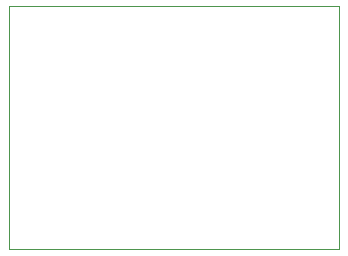
<source format=gm1>
%TF.GenerationSoftware,KiCad,Pcbnew,(5.1.6-0)*%
%TF.CreationDate,2022-11-03T10:15:40+01:00*%
%TF.ProjectId,Monitorswitch,4d6f6e69-746f-4727-9377-697463682e6b,rev?*%
%TF.SameCoordinates,Original*%
%TF.FileFunction,Profile,NP*%
%FSLAX46Y46*%
G04 Gerber Fmt 4.6, Leading zero omitted, Abs format (unit mm)*
G04 Created by KiCad (PCBNEW (5.1.6-0)) date 2022-11-03 10:15:40*
%MOMM*%
%LPD*%
G01*
G04 APERTURE LIST*
%TA.AperFunction,Profile*%
%ADD10C,0.100000*%
%TD*%
G04 APERTURE END LIST*
D10*
X146050000Y-92964000D02*
X146050000Y-113538000D01*
X118110000Y-92964000D02*
X146050000Y-92964000D01*
X118110000Y-113538000D02*
X118110000Y-92964000D01*
X146050000Y-113538000D02*
X118110000Y-113538000D01*
M02*

</source>
